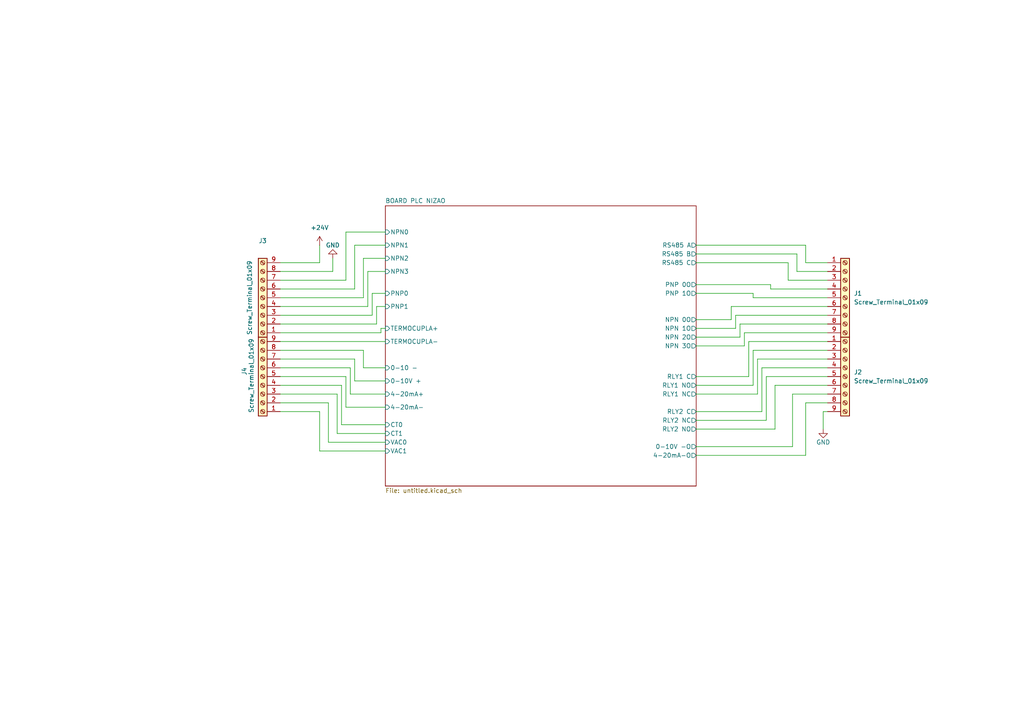
<source format=kicad_sch>
(kicad_sch (version 20250114) (generator "eeschema") (generator_version "9.0")
  (paper "A4")
  (lib_symbols
    (symbol "Connector:Screw_Terminal_01x09" (pin_names (offset 1.016) (hide yes))
      (property "Reference" "J" (at 0 12.7 0))
      (property "Value" "Screw_Terminal_01x09" (at 0 -12.7 0))
      (symbol "Screw_Terminal_01x09_1_1"
        (rectangle (start -1.27 11.43) (end 1.27 -11.43) (stroke (width 0.254)) (fill (type background)))
        (polyline (pts (xy -0.5334 10.4902) (xy 0.3302 9.652)) (stroke (width 0.1524)))
        (polyline (pts (xy -0.5334 7.9502) (xy 0.3302 7.112)) (stroke (width 0.1524)))
        (polyline (pts (xy -0.5334 5.4102) (xy 0.3302 4.572)) (stroke (width 0.1524)))
        (polyline (pts (xy -0.5334 2.8702) (xy 0.3302 2.032)) (stroke (width 0.1524)))
        (polyline (pts (xy -0.5334 0.3302) (xy 0.3302 -0.508)) (stroke (width 0.1524)))
        (polyline (pts (xy -0.5334 -2.2098) (xy 0.3302 -3.048)) (stroke (width 0.1524)))
        (polyline (pts (xy -0.5334 -4.7498) (xy 0.3302 -5.588)) (stroke (width 0.1524)))
        (polyline (pts (xy -0.5334 -7.2898) (xy 0.3302 -8.128)) (stroke (width 0.1524)))
        (polyline (pts (xy -0.5334 -9.8298) (xy 0.3302 -10.668)) (stroke (width 0.1524)))
        (polyline (pts (xy -0.3556 10.668) (xy 0.508 9.8298)) (stroke (width 0.1524)))
        (polyline (pts (xy -0.3556 8.128) (xy 0.508 7.2898)) (stroke (width 0.1524)))
        (polyline (pts (xy -0.3556 5.588) (xy 0.508 4.7498)) (stroke (width 0.1524)))
        (polyline (pts (xy -0.3556 3.048) (xy 0.508 2.2098)) (stroke (width 0.1524)))
        (polyline (pts (xy -0.3556 0.508) (xy 0.508 -0.3302)) (stroke (width 0.1524)))
        (polyline (pts (xy -0.3556 -2.032) (xy 0.508 -2.8702)) (stroke (width 0.1524)))
        (polyline (pts (xy -0.3556 -4.572) (xy 0.508 -5.4102)) (stroke (width 0.1524)))
        (polyline (pts (xy -0.3556 -7.112) (xy 0.508 -7.9502)) (stroke (width 0.1524)))
        (polyline (pts (xy -0.3556 -9.652) (xy 0.508 -10.4902)) (stroke (width 0.1524)))
        (circle (center 0 10.16) (radius 0.635) (stroke (width 0.1524)))
        (circle (center 0 7.62) (radius 0.635) (stroke (width 0.1524)))
        (circle (center 0 5.08) (radius 0.635) (stroke (width 0.1524)))
        (circle (center 0 2.54) (radius 0.635) (stroke (width 0.1524)))
        (circle (center 0 0) (radius 0.635) (stroke (width 0.1524)))
        (circle (center 0 -2.54) (radius 0.635) (stroke (width 0.1524)))
        (circle (center 0 -5.08) (radius 0.635) (stroke (width 0.1524)))
        (circle (center 0 -7.62) (radius 0.635) (stroke (width 0.1524)))
        (circle (center 0 -10.16) (radius 0.635) (stroke (width 0.1524)))
        (pin passive line (at -5.08 10.16 0) (length 3.81) (name "Pin_1") (number "1"))
        (pin passive line (at -5.08 7.62 0) (length 3.81) (name "Pin_2") (number "2"))
        (pin passive line (at -5.08 5.08 0) (length 3.81) (name "Pin_3") (number "3"))
        (pin passive line (at -5.08 2.54 0) (length 3.81) (name "Pin_4") (number "4"))
        (pin passive line (at -5.08 0 0) (length 3.81) (name "Pin_5") (number "5"))
        (pin passive line (at -5.08 -2.54 0) (length 3.81) (name "Pin_6") (number "6"))
        (pin passive line (at -5.08 -5.08 0) (length 3.81) (name "Pin_7") (number "7"))
        (pin passive line (at -5.08 -7.62 0) (length 3.81) (name "Pin_8") (number "8"))
        (pin passive line (at -5.08 -10.16 0) (length 3.81) (name "Pin_9") (number "9"))
      )
    )
    (symbol "PCM_SparkFun-PowerSymbol:GND" (power) (pin_names (offset 0))
      (property "Value" "GND" (at 0 -3.81 0))
      (symbol "GND_0_1"
        (polyline (pts (xy 0 0) (xy 0 -1.27) (xy 1.27 -1.27) (xy 0 -2.54) (xy -1.27 -1.27) (xy 0 -1.27)))
      )
      (symbol "GND_1_1"
        (pin power_in line (at 0 0 270) (length 0) (hide yes) (name "GND") (number "1"))
      )
    )
    (symbol "power:+24V" (power) (pin_numbers (hide yes)) (pin_names (offset 0) (hide yes))
      (property "Value" "+24V" (at 0 3.556 0))
      (symbol "+24V_0_1"
        (polyline (pts (xy -0.762 1.27) (xy 0 2.54)))
        (polyline (pts (xy 0 2.54) (xy 0.762 1.27)))
        (polyline (pts (xy 0 0) (xy 0 2.54)))
      )
      (symbol "+24V_1_1"
        (pin power_in line (at 0 0 90) (length 0) (name "~") (number "1"))
      )
    )
  )
  (wire (pts (xy 240.03 83.82) (xy 223.52 83.82)))
  (wire (pts (xy 105.41 74.93) (xy 111.76 74.93)))
  (wire (pts (xy 99.06 123.19) (xy 111.76 123.19)))
  (wire (pts (xy 228.6 81.28) (xy 228.6 76.2)))
  (wire (pts (xy 240.03 99.06) (xy 217.17 99.06)))
  (wire (pts (xy 81.28 88.9) (xy 106.68 88.9)))
  (wire (pts (xy 110.49 96.52) (xy 110.49 95.25)))
  (wire (pts (xy 110.49 95.25) (xy 111.76 95.25)))
  (wire (pts (xy 218.44 101.6) (xy 218.44 111.76)))
  (wire (pts (xy 97.79 114.3) (xy 97.79 125.73)))
  (wire (pts (xy 233.68 116.84) (xy 233.68 132.08)))
  (wire (pts (xy 219.71 104.14) (xy 219.71 114.3)))
  (wire (pts (xy 240.03 101.6) (xy 218.44 101.6)))
  (wire (pts (xy 92.71 76.2) (xy 92.71 71.12)))
  (wire (pts (xy 229.87 114.3) (xy 229.87 129.54)))
  (wire (pts (xy 81.28 109.22) (xy 100.33 109.22)))
  (wire (pts (xy 101.6 114.3) (xy 111.76 114.3)))
  (wire (pts (xy 81.28 114.3) (xy 97.79 114.3)))
  (wire (pts (xy 223.52 83.82) (xy 223.52 82.55)))
  (wire (pts (xy 102.87 110.49) (xy 111.76 110.49)))
  (wire (pts (xy 81.28 96.52) (xy 110.49 96.52)))
  (wire (pts (xy 229.87 129.54) (xy 201.93 129.54)))
  (wire (pts (xy 222.25 121.92) (xy 201.93 121.92)))
  (wire (pts (xy 215.9 96.52) (xy 215.9 100.33)))
  (wire (pts (xy 233.68 132.08) (xy 201.93 132.08)))
  (wire (pts (xy 238.76 119.38) (xy 238.76 124.46)))
  (wire (pts (xy 218.44 86.36) (xy 218.44 85.09)))
  (wire (pts (xy 92.71 130.81) (xy 111.76 130.81)))
  (wire (pts (xy 81.28 101.6) (xy 105.41 101.6)))
  (wire (pts (xy 240.03 96.52) (xy 215.9 96.52)))
  (wire (pts (xy 240.03 81.28) (xy 228.6 81.28)))
  (wire (pts (xy 109.22 88.9) (xy 111.76 88.9)))
  (wire (pts (xy 240.03 78.74) (xy 231.14 78.74)))
  (wire (pts (xy 81.28 106.68) (xy 101.6 106.68)))
  (wire (pts (xy 240.03 91.44) (xy 213.36 91.44)))
  (wire (pts (xy 240.03 86.36) (xy 218.44 86.36)))
  (wire (pts (xy 215.9 100.33) (xy 201.93 100.33)))
  (wire (pts (xy 102.87 83.82) (xy 102.87 71.12)))
  (wire (pts (xy 81.28 91.44) (xy 107.95 91.44)))
  (wire (pts (xy 240.03 111.76) (xy 224.79 111.76)))
  (wire (pts (xy 102.87 71.12) (xy 111.76 71.12)))
  (wire (pts (xy 105.41 101.6) (xy 105.41 106.68)))
  (wire (pts (xy 240.03 114.3) (xy 229.87 114.3)))
  (wire (pts (xy 106.68 78.74) (xy 111.76 78.74)))
  (wire (pts (xy 81.28 76.2) (xy 92.71 76.2)))
  (wire (pts (xy 240.03 109.22) (xy 222.25 109.22)))
  (wire (pts (xy 214.63 93.98) (xy 214.63 97.79)))
  (wire (pts (xy 233.68 71.12) (xy 201.93 71.12)))
  (wire (pts (xy 224.79 111.76) (xy 224.79 124.46)))
  (wire (pts (xy 231.14 73.66) (xy 201.93 73.66)))
  (wire (pts (xy 95.25 128.27) (xy 111.76 128.27)))
  (wire (pts (xy 100.33 81.28) (xy 100.33 67.31)))
  (wire (pts (xy 101.6 106.68) (xy 101.6 114.3)))
  (wire (pts (xy 81.28 93.98) (xy 109.22 93.98)))
  (wire (pts (xy 214.63 97.79) (xy 201.93 97.79)))
  (wire (pts (xy 105.41 86.36) (xy 105.41 74.93)))
  (wire (pts (xy 240.03 104.14) (xy 219.71 104.14)))
  (wire (pts (xy 212.09 88.9) (xy 212.09 92.71)))
  (wire (pts (xy 81.28 104.14) (xy 102.87 104.14)))
  (wire (pts (xy 220.98 106.68) (xy 220.98 119.38)))
  (wire (pts (xy 240.03 93.98) (xy 214.63 93.98)))
  (wire (pts (xy 107.95 91.44) (xy 107.95 85.09)))
  (wire (pts (xy 240.03 88.9) (xy 212.09 88.9)))
  (wire (pts (xy 95.25 116.84) (xy 95.25 128.27)))
  (wire (pts (xy 106.68 88.9) (xy 106.68 78.74)))
  (wire (pts (xy 201.93 85.09) (xy 218.44 85.09)))
  (wire (pts (xy 81.28 81.28) (xy 100.33 81.28)))
  (wire (pts (xy 212.09 92.71) (xy 201.93 92.71)))
  (wire (pts (xy 81.28 86.36) (xy 105.41 86.36)))
  (wire (pts (xy 201.93 82.55) (xy 223.52 82.55)))
  (wire (pts (xy 100.33 118.11) (xy 111.76 118.11)))
  (wire (pts (xy 107.95 85.09) (xy 111.76 85.09)))
  (wire (pts (xy 81.28 78.74) (xy 96.52 78.74)))
  (wire (pts (xy 222.25 109.22) (xy 222.25 121.92)))
  (wire (pts (xy 217.17 99.06) (xy 217.17 109.22)))
  (wire (pts (xy 81.28 119.38) (xy 92.71 119.38)))
  (wire (pts (xy 97.79 125.73) (xy 111.76 125.73)))
  (wire (pts (xy 100.33 67.31) (xy 111.76 67.31)))
  (wire (pts (xy 238.76 119.38) (xy 240.03 119.38)))
  (wire (pts (xy 99.06 111.76) (xy 99.06 123.19)))
  (wire (pts (xy 81.28 111.76) (xy 99.06 111.76)))
  (wire (pts (xy 224.79 124.46) (xy 201.93 124.46)))
  (wire (pts (xy 100.33 109.22) (xy 100.33 118.11)))
  (wire (pts (xy 213.36 91.44) (xy 213.36 95.25)))
  (wire (pts (xy 217.17 109.22) (xy 201.93 109.22)))
  (wire (pts (xy 81.28 83.82) (xy 102.87 83.82)))
  (wire (pts (xy 92.71 119.38) (xy 92.71 130.81)))
  (wire (pts (xy 233.68 76.2) (xy 233.68 71.12)))
  (wire (pts (xy 231.14 78.74) (xy 231.14 73.66)))
  (wire (pts (xy 219.71 114.3) (xy 201.93 114.3)))
  (wire (pts (xy 220.98 119.38) (xy 201.93 119.38)))
  (wire (pts (xy 218.44 111.76) (xy 201.93 111.76)))
  (wire (pts (xy 96.52 78.74) (xy 96.52 74.93)))
  (wire (pts (xy 240.03 106.68) (xy 220.98 106.68)))
  (wire (pts (xy 213.36 95.25) (xy 201.93 95.25)))
  (wire (pts (xy 81.28 116.84) (xy 95.25 116.84)))
  (wire (pts (xy 81.28 99.06) (xy 111.76 99.06)))
  (wire (pts (xy 109.22 93.98) (xy 109.22 88.9)))
  (wire (pts (xy 240.03 116.84) (xy 233.68 116.84)))
  (wire (pts (xy 228.6 76.2) (xy 201.93 76.2)))
  (wire (pts (xy 240.03 76.2) (xy 233.68 76.2)))
  (wire (pts (xy 105.41 106.68) (xy 111.76 106.68)))
  (wire (pts (xy 102.87 104.14) (xy 102.87 110.49)))
  (symbol (lib_id "power:+24V") (at 92.71 71.12 0) (unit 1)
    (property "Reference" "#PWR06" (effects (hide yes)))
    (property "Value" "+24V" (at 92.71 66.04 0))
    (property "Description" "Power symbol creates a global label with name \"+24V\"" (effects (hide yes)))
  )
  (symbol (lib_id "Connector:Screw_Terminal_01x09") (at 76.2 109.22 180) (unit 1)
    (property "Reference" "J4" (at 70.866 107.696 90))
    (property "Value" "Screw_Terminal_01x09" (at 72.898 108.966 90))
    (property "Description" "Generic screw terminal, single row, 01x09, script generated (kicad-library-utils/schlib/autogen/connector/)" (effects (hide yes)))
  )
  (symbol (lib_id "Connector:Screw_Terminal_01x09") (at 245.11 109.22 0) (unit 1)
    (property "Reference" "J2" (at 247.65 107.9499 0) (effects (justify left)))
    (property "Value" "Screw_Terminal_01x09" (at 247.65 110.4899 0) (effects (justify left)))
    (property "Description" "Generic screw terminal, single row, 01x09, script generated (kicad-library-utils/schlib/autogen/connector/)" (effects (hide yes)))
  )
  (symbol (lib_id "PCM_SparkFun-PowerSymbol:GND") (at 96.52 74.93 180) (unit 1)
    (property "Reference" "#PWR05" (effects (hide yes)))
    (property "Value" "GND" (at 96.52 71.12 0))
    (property "Description" "Power symbol creates a global label with name \"GND\" , ground" (effects (hide yes)))
  )
  (symbol (lib_id "Connector:Screw_Terminal_01x09") (at 76.2 86.36 180) (unit 1)
    (property "Reference" "J3" (at 76.2 69.85 0))
    (property "Value" "Screw_Terminal_01x09" (at 72.39 86.36 90))
    (property "Description" "Generic screw terminal, single row, 01x09, script generated (kicad-library-utils/schlib/autogen/connector/)" (effects (hide yes)))
  )
  (symbol (lib_id "Connector:Screw_Terminal_01x09") (at 245.11 86.36 0) (unit 1)
    (property "Reference" "J1" (at 247.65 85.0899 0) (effects (justify left)))
    (property "Value" "Screw_Terminal_01x09" (at 247.65 87.6299 0) (effects (justify left)))
    (property "Description" "Generic screw terminal, single row, 01x09, script generated (kicad-library-utils/schlib/autogen/connector/)" (effects (hide yes)))
  )
  (symbol (lib_id "PCM_SparkFun-PowerSymbol:GND") (at 238.76 124.46 0) (unit 1)
    (property "Reference" "#PWR04" (effects (hide yes)))
    (property "Value" "GND" (at 238.76 128.27 0))
    (property "Description" "Power symbol creates a global label with name \"GND\" , ground" (effects (hide yes)))
  )
  (sheet (at 111.76 59.69) (size 90.17 81.28) (stroke (width 0.1524))
    (property "Sheetname" "BOARD PLC NIZAO" (at 111.76 58.9784 0) (effects (justify left bottom)))
    (property "Sheetfile" "untitled.kicad_sch" (at 111.76 141.5546 0) (effects (justify left top)))
    (pin "0-10 -" input (at 111.76 106.68 180))
    (pin "0-10V +" input (at 111.76 110.49 180))
    (pin "4-20mA+" input (at 111.76 114.3 180))
    (pin "4-20mA-" input (at 111.76 118.11 180))
    (pin "NPN0" input (at 111.76 67.31 180))
    (pin "NPN1" input (at 111.76 71.12 180))
    (pin "NPN2" input (at 111.76 74.93 180))
    (pin "NPN3" input (at 111.76 78.74 180))
    (pin "PNP0" input (at 111.76 85.09 180))
    (pin "PNP1" input (at 111.76 88.9 180))
    (pin "TERMOCUPLA+" input (at 111.76 95.25 180))
    (pin "TERMOCUPLA-" input (at 111.76 99.06 180))
    (pin "CT0" input (at 111.76 123.19 180))
    (pin "CT1" input (at 111.76 125.73 180))
    (pin "VAC0" input (at 111.76 128.27 180))
    (pin "VAC1" input (at 111.76 130.81 180))
    (pin "0-10V -O" output (at 201.93 129.54 0))
    (pin "4-20mA-O" output (at 201.93 132.08 0))
    (pin "NPN 0O" output (at 201.93 92.71 0))
    (pin "NPN 1O" output (at 201.93 95.25 0))
    (pin "NPN 2O" output (at 201.93 97.79 0))
    (pin "NPN 3O" output (at 201.93 100.33 0))
    (pin "PNP 0O" output (at 201.93 82.55 0))
    (pin "PNP 1O" output (at 201.93 85.09 0))
    (pin "RLY1 C" output (at 201.93 109.22 0))
    (pin "RLY1 NC" output (at 201.93 114.3 0))
    (pin "RLY1 NO" output (at 201.93 111.76 0))
    (pin "RLY2 C" output (at 201.93 119.38 0))
    (pin "RLY2 NC" output (at 201.93 121.92 0))
    (pin "RLY2 NO" output (at 201.93 124.46 0))
    (pin "RS485 A" output (at 201.93 71.12 0))
    (pin "RS485 B" output (at 201.93 73.66 0))
    (pin "RS485 C" output (at 201.93 76.2 0))
  )
)
</source>
